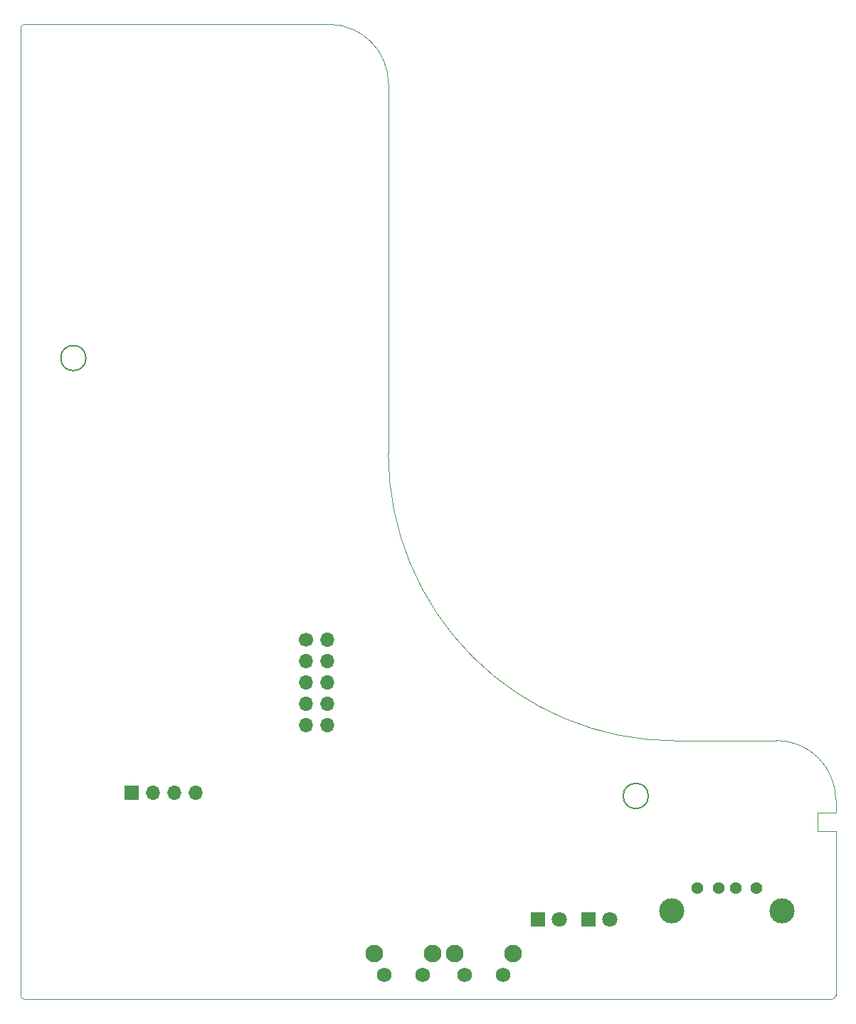
<source format=gbr>
G04 #@! TF.GenerationSoftware,KiCad,Pcbnew,(6.0.0)*
G04 #@! TF.CreationDate,2023-04-15T12:26:28+10:00*
G04 #@! TF.ProjectId,OpenFlops,4f70656e-466c-46f7-9073-2e6b69636164,1*
G04 #@! TF.SameCoordinates,Original*
G04 #@! TF.FileFunction,Soldermask,Bot*
G04 #@! TF.FilePolarity,Negative*
%FSLAX46Y46*%
G04 Gerber Fmt 4.6, Leading zero omitted, Abs format (unit mm)*
G04 Created by KiCad (PCBNEW (6.0.0)) date 2023-04-15 12:26:28*
%MOMM*%
%LPD*%
G01*
G04 APERTURE LIST*
G04 #@! TA.AperFunction,Profile*
%ADD10C,0.050000*%
G04 #@! TD*
G04 #@! TA.AperFunction,Profile*
%ADD11C,0.200000*%
G04 #@! TD*
%ADD12C,1.428000*%
%ADD13C,3.000000*%
%ADD14R,1.800000X1.800000*%
%ADD15C,1.800000*%
%ADD16R,1.700000X1.700000*%
%ADD17O,1.700000X1.700000*%
%ADD18C,2.100000*%
%ADD19C,1.750000*%
%ADD20C,1.700000*%
G04 APERTURE END LIST*
D10*
X207450002Y-129425000D02*
X205275002Y-129425000D01*
X206973979Y-151605672D02*
G75*
G03*
X207448978Y-151129327I-674J475673D01*
G01*
D11*
X118225005Y-75300000D02*
G75*
G03*
X118225005Y-75300000I-1500005J0D01*
G01*
D10*
X154221823Y-42670673D02*
X154200002Y-86645673D01*
X188400001Y-120845674D02*
X200371621Y-120795672D01*
X207450000Y-131600000D02*
X205275000Y-131600000D01*
X110448671Y-151130873D02*
G75*
G03*
X110925018Y-151605876I475675J672D01*
G01*
X207446620Y-127870673D02*
X207450002Y-129425000D01*
X110923432Y-35605876D02*
X147146823Y-35595673D01*
X110923432Y-35605876D02*
G75*
G03*
X110448432Y-36082225I678J-475678D01*
G01*
X205275002Y-129425000D02*
X205275000Y-131600000D01*
X154200002Y-86645673D02*
G75*
G03*
X188400001Y-120845674I34199996J-5D01*
G01*
X207446620Y-127870673D02*
G75*
G03*
X200371621Y-120795672I-7074998J3D01*
G01*
X154221823Y-42670673D02*
G75*
G03*
X147146823Y-35595673I-7075002J-2D01*
G01*
X207448978Y-151129327D02*
X207450000Y-131600000D01*
X110448671Y-151130873D02*
X110448432Y-36082225D01*
X206973979Y-151605672D02*
X110925018Y-151605876D01*
D11*
X185150005Y-127400000D02*
G75*
G03*
X185150005Y-127400000I-1500005J0D01*
G01*
D10*
X207450002Y-129425000D02*
X205275002Y-129425000D01*
X206973979Y-151605672D02*
G75*
G03*
X207448978Y-151129327I-674J475673D01*
G01*
D11*
X118225005Y-75300000D02*
G75*
G03*
X118225005Y-75300000I-1500005J0D01*
G01*
D10*
X154221823Y-42670673D02*
X154200002Y-86645673D01*
X188400001Y-120845674D02*
X200371621Y-120795672D01*
X207450000Y-131600000D02*
X205275000Y-131600000D01*
X110448671Y-151130873D02*
G75*
G03*
X110925018Y-151605876I475675J672D01*
G01*
X207446620Y-127870673D02*
X207450002Y-129425000D01*
X110923432Y-35605876D02*
X147146823Y-35595673D01*
X110923432Y-35605876D02*
G75*
G03*
X110448432Y-36082225I678J-475678D01*
G01*
X205275002Y-129425000D02*
X205275000Y-131600000D01*
X154200002Y-86645673D02*
G75*
G03*
X188400001Y-120845674I34199996J-5D01*
G01*
X207446620Y-127870673D02*
G75*
G03*
X200371621Y-120795672I-7074998J3D01*
G01*
X154221823Y-42670673D02*
G75*
G03*
X147146823Y-35595673I-7075002J-2D01*
G01*
X207448978Y-151129327D02*
X207450000Y-131600000D01*
X110448671Y-151130873D02*
X110448432Y-36082225D01*
X206973979Y-151605672D02*
X110925018Y-151605876D01*
D11*
X185150005Y-127400000D02*
G75*
G03*
X185150005Y-127400000I-1500005J0D01*
G01*
D12*
X191000000Y-138365000D03*
X193500000Y-138365000D03*
X195500000Y-138365000D03*
X198000000Y-138365000D03*
D13*
X187930000Y-141075000D03*
X201070000Y-141075000D03*
D14*
X178025000Y-142050000D03*
D15*
X180565000Y-142050000D03*
D16*
X123662500Y-127000000D03*
D17*
X126202500Y-127000000D03*
X128742500Y-127000000D03*
X131282500Y-127000000D03*
D18*
X169075000Y-146172500D03*
X162065000Y-146172500D03*
D19*
X167825000Y-148662500D03*
X163325000Y-148662500D03*
D14*
X171975000Y-142075000D03*
D15*
X174515000Y-142075000D03*
D20*
X144436649Y-108815673D03*
D17*
X146976649Y-108815673D03*
X144436649Y-111355673D03*
X146976649Y-111355673D03*
X144436649Y-113895673D03*
X146976649Y-113895673D03*
X144436649Y-116435673D03*
X146976649Y-116435673D03*
X144436649Y-118975673D03*
X146976649Y-118975673D03*
D18*
X159500000Y-146160000D03*
X152490000Y-146160000D03*
D19*
X158250000Y-148650000D03*
X153750000Y-148650000D03*
M02*

</source>
